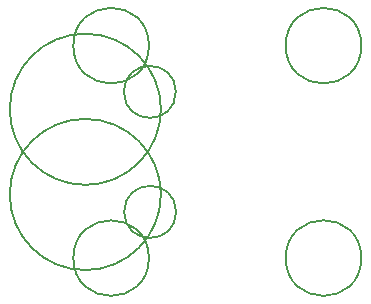
<source format=gbr>
%TF.GenerationSoftware,KiCad,Pcbnew,8.0.0*%
%TF.CreationDate,2024-09-10T23:52:59-07:00*%
%TF.ProjectId,aftbulkhead,61667462-756c-46b6-9865-61642e6b6963,rev?*%
%TF.SameCoordinates,Original*%
%TF.FileFunction,Other,Comment*%
%FSLAX46Y46*%
G04 Gerber Fmt 4.6, Leading zero omitted, Abs format (unit mm)*
G04 Created by KiCad (PCBNEW 8.0.0) date 2024-09-10 23:52:59*
%MOMM*%
%LPD*%
G01*
G04 APERTURE LIST*
%ADD10C,0.150000*%
G04 APERTURE END LIST*
D10*
%TO.C,H6*%
X175869200Y-94081600D02*
G75*
G02*
X169469200Y-94081600I-3200000J0D01*
G01*
X169469200Y-94081600D02*
G75*
G02*
X175869200Y-94081600I3200000J0D01*
G01*
%TO.C,H4*%
X175869200Y-76098400D02*
G75*
G02*
X169469200Y-76098400I-3200000J0D01*
G01*
X169469200Y-76098400D02*
G75*
G02*
X175869200Y-76098400I3200000J0D01*
G01*
%TO.C,H1*%
X160188000Y-90170000D02*
G75*
G02*
X155788000Y-90170000I-2200000J0D01*
G01*
X155788000Y-90170000D02*
G75*
G02*
X160188000Y-90170000I2200000J0D01*
G01*
%TO.C,H8*%
X158901600Y-81483200D02*
G75*
G02*
X146101600Y-81483200I-6400000J0D01*
G01*
X146101600Y-81483200D02*
G75*
G02*
X158901600Y-81483200I6400000J0D01*
G01*
%TO.C,H7*%
X157886000Y-94081600D02*
G75*
G02*
X151486000Y-94081600I-3200000J0D01*
G01*
X151486000Y-94081600D02*
G75*
G02*
X157886000Y-94081600I3200000J0D01*
G01*
%TO.C,H3*%
X160162600Y-80010000D02*
G75*
G02*
X155762600Y-80010000I-2200000J0D01*
G01*
X155762600Y-80010000D02*
G75*
G02*
X160162600Y-80010000I2200000J0D01*
G01*
%TO.C,H9*%
X158901600Y-88696800D02*
G75*
G02*
X146101600Y-88696800I-6400000J0D01*
G01*
X146101600Y-88696800D02*
G75*
G02*
X158901600Y-88696800I6400000J0D01*
G01*
%TO.C,H5*%
X157886000Y-76098400D02*
G75*
G02*
X151486000Y-76098400I-3200000J0D01*
G01*
X151486000Y-76098400D02*
G75*
G02*
X157886000Y-76098400I3200000J0D01*
G01*
%TD*%
M02*

</source>
